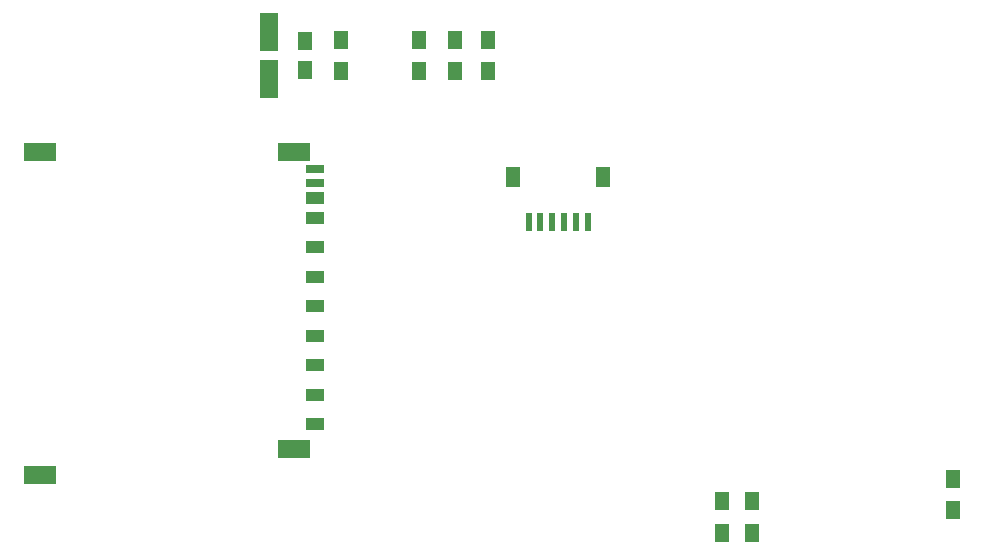
<source format=gbr>
G04 #@! TF.FileFunction,Paste,Top*
%FSLAX46Y46*%
G04 Gerber Fmt 4.6, Leading zero omitted, Abs format (unit mm)*
G04 Created by KiCad (PCBNEW 4.0.7-e2-6376~58~ubuntu16.04.1) date Tue Oct  2 08:26:08 2018*
%MOMM*%
%LPD*%
G01*
G04 APERTURE LIST*
%ADD10C,0.100000*%
%ADD11R,1.500000X3.200000*%
%ADD12R,1.250000X1.500000*%
%ADD13R,1.300000X1.500000*%
%ADD14R,0.600000X1.550000*%
%ADD15R,1.200000X1.800000*%
%ADD16R,1.500000X1.000000*%
%ADD17R,1.500000X0.700000*%
%ADD18R,2.800000X1.500000*%
G04 APERTURE END LIST*
D10*
D11*
X121920000Y-100584000D03*
X121920000Y-104584000D03*
D12*
X124968000Y-101366000D03*
X124968000Y-103866000D03*
D13*
X179832000Y-141130000D03*
X179832000Y-138430000D03*
X140462000Y-101266000D03*
X140462000Y-103966000D03*
X128016000Y-101266000D03*
X128016000Y-103966000D03*
X137668000Y-101266000D03*
X137668000Y-103966000D03*
X134620000Y-101266000D03*
X134620000Y-103966000D03*
X160274000Y-143035000D03*
X160274000Y-140335000D03*
X162814000Y-143035000D03*
X162814000Y-140335000D03*
D14*
X148867500Y-116745500D03*
X147867500Y-116745500D03*
X146867500Y-116745500D03*
X145867500Y-116745500D03*
X144867500Y-116745500D03*
X143867500Y-116745500D03*
D15*
X150167500Y-112870500D03*
X142567500Y-112870500D03*
D16*
X125792400Y-131335000D03*
X125792400Y-128835000D03*
X125792400Y-126335000D03*
X125792400Y-123835000D03*
X125792400Y-121335000D03*
X125792400Y-118835000D03*
X125792400Y-116405000D03*
X125792400Y-114705000D03*
X125792400Y-133835000D03*
D17*
X125792400Y-113405000D03*
X125792400Y-112205000D03*
D18*
X123992400Y-135910000D03*
X102492400Y-138110000D03*
X102492400Y-110810000D03*
X123992400Y-110810000D03*
M02*

</source>
